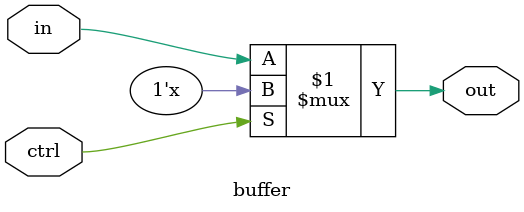
<source format=v>
module buffer(input in,input ctrl, output out);
bufif0(out,in,ctrl);
endmodule

</source>
